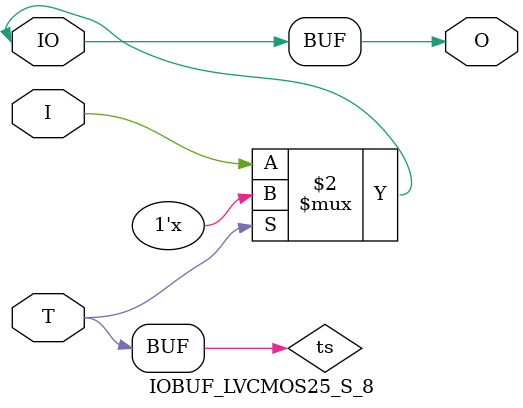
<source format=v>

/*

FUNCTION	: INPUT TRI-STATE OUTPUT BUFFER

*/

`celldefine
`timescale  100 ps / 10 ps

module IOBUF_LVCMOS25_S_8 (O, IO, I, T);

    output O;

    inout  IO;

    input  I, T;

    or O1 (ts, 1'b0, T);
    bufif0 T1 (IO, I, ts);

    buf B1 (O, IO);

endmodule

</source>
